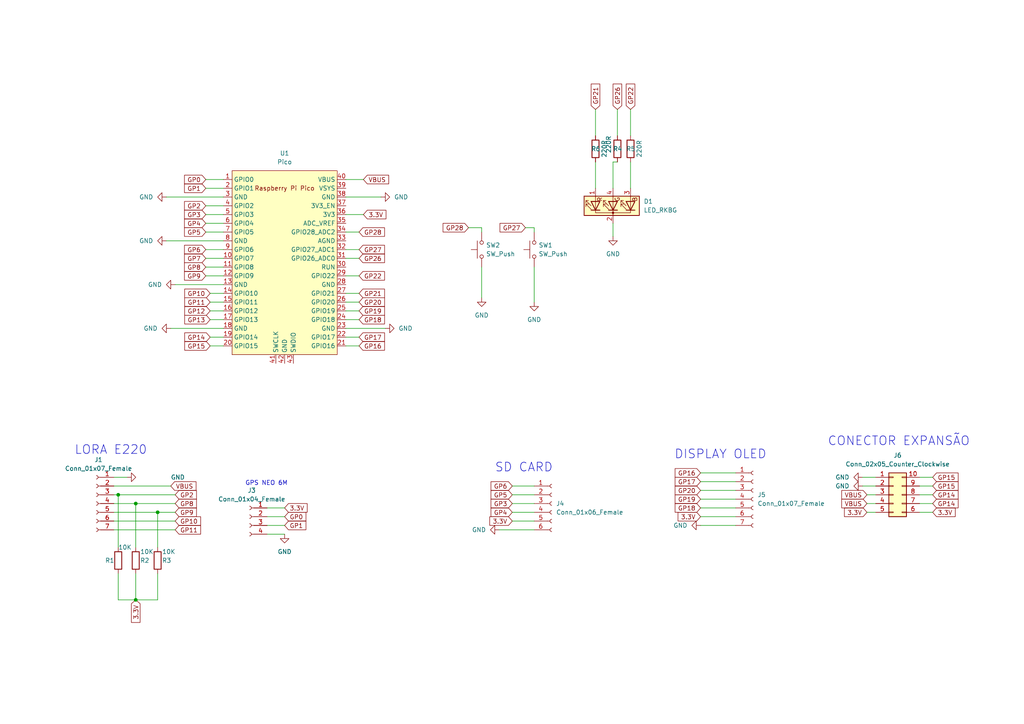
<source format=kicad_sch>
(kicad_sch (version 20211123) (generator eeschema)
  (paper "A4")
  (title_block (title "CIRCUITO CONECTIVIDADE") (company "UNICAMP") (comment 1 "PROJETO ESTAÇÃO METEOROLÓGICA - IE309K") (comment 2 "ENG. DANIEL VIEIRA"))
  (lib_symbols
    (symbol "Connector:Conn_01x04_Female" (pin_names (offset 1.016) hide)
      (property "Reference" "J" (at 0 5.08 0))
      (property "Value" "Conn_01x04_Female" (at 0 -7.62 0))
      (symbol "Conn_01x04_Female_1_1"
        (arc (start 0 -4.572) (mid -0.508 -5.08) (end 0 -5.588) (stroke (width 0.1524)))
        (arc (start 0 -2.032) (mid -0.508 -2.54) (end 0 -3.048) (stroke (width 0.1524)))
        (polyline (pts (xy -1.27 -5.08) (xy -0.508 -5.08)) (stroke (width 0.1524)))
        (polyline (pts (xy -1.27 -2.54) (xy -0.508 -2.54)) (stroke (width 0.1524)))
        (polyline (pts (xy -1.27 0) (xy -0.508 0)) (stroke (width 0.1524)))
        (polyline (pts (xy -1.27 2.54) (xy -0.508 2.54)) (stroke (width 0.1524)))
        (arc (start 0 0.508) (mid -0.508 0) (end 0 -0.508) (stroke (width 0.1524)))
        (arc (start 0 3.048) (mid -0.508 2.54) (end 0 2.032) (stroke (width 0.1524)))
        (pin passive line (at -5.08 2.54 0) (length 3.81) (name "Pin_1") (number "1"))
        (pin passive line (at -5.08 0 0) (length 3.81) (name "Pin_2") (number "2"))
        (pin passive line (at -5.08 -2.54 0) (length 3.81) (name "Pin_3") (number "3"))
        (pin passive line (at -5.08 -5.08 0) (length 3.81) (name "Pin_4") (number "4"))
      )
    )
    (symbol "Connector:Conn_01x06_Female" (pin_names (offset 1.016) hide)
      (property "Reference" "J" (at 0 7.62 0))
      (property "Value" "Conn_01x06_Female" (at 0 -10.16 0))
      (symbol "Conn_01x06_Female_1_1"
        (arc (start 0 -7.112) (mid -0.508 -7.62) (end 0 -8.128) (stroke (width 0.1524)))
        (arc (start 0 -4.572) (mid -0.508 -5.08) (end 0 -5.588) (stroke (width 0.1524)))
        (arc (start 0 -2.032) (mid -0.508 -2.54) (end 0 -3.048) (stroke (width 0.1524)))
        (polyline (pts (xy -1.27 -7.62) (xy -0.508 -7.62)) (stroke (width 0.1524)))
        (polyline (pts (xy -1.27 -5.08) (xy -0.508 -5.08)) (stroke (width 0.1524)))
        (polyline (pts (xy -1.27 -2.54) (xy -0.508 -2.54)) (stroke (width 0.1524)))
        (polyline (pts (xy -1.27 0) (xy -0.508 0)) (stroke (width 0.1524)))
        (polyline (pts (xy -1.27 2.54) (xy -0.508 2.54)) (stroke (width 0.1524)))
        (polyline (pts (xy -1.27 5.08) (xy -0.508 5.08)) (stroke (width 0.1524)))
        (arc (start 0 0.508) (mid -0.508 0) (end 0 -0.508) (stroke (width 0.1524)))
        (arc (start 0 3.048) (mid -0.508 2.54) (end 0 2.032) (stroke (width 0.1524)))
        (arc (start 0 5.588) (mid -0.508 5.08) (end 0 4.572) (stroke (width 0.1524)))
        (pin passive line (at -5.08 5.08 0) (length 3.81) (name "Pin_1") (number "1"))
        (pin passive line (at -5.08 2.54 0) (length 3.81) (name "Pin_2") (number "2"))
        (pin passive line (at -5.08 0 0) (length 3.81) (name "Pin_3") (number "3"))
        (pin passive line (at -5.08 -2.54 0) (length 3.81) (name "Pin_4") (number "4"))
        (pin passive line (at -5.08 -5.08 0) (length 3.81) (name "Pin_5") (number "5"))
        (pin passive line (at -5.08 -7.62 0) (length 3.81) (name "Pin_6") (number "6"))
      )
    )
    (symbol "Connector:Conn_01x07_Female" (pin_names (offset 1.016) hide)
      (property "Reference" "J" (at 0 10.16 0))
      (property "Value" "Conn_01x07_Female" (at 0 -10.16 0))
      (symbol "Conn_01x07_Female_1_1"
        (arc (start 0 -7.112) (mid -0.508 -7.62) (end 0 -8.128) (stroke (width 0.1524)))
        (arc (start 0 -4.572) (mid -0.508 -5.08) (end 0 -5.588) (stroke (width 0.1524)))
        (arc (start 0 -2.032) (mid -0.508 -2.54) (end 0 -3.048) (stroke (width 0.1524)))
        (polyline (pts (xy -1.27 -7.62) (xy -0.508 -7.62)) (stroke (width 0.1524)))
        (polyline (pts (xy -1.27 -5.08) (xy -0.508 -5.08)) (stroke (width 0.1524)))
        (polyline (pts (xy -1.27 -2.54) (xy -0.508 -2.54)) (stroke (width 0.1524)))
        (polyline (pts (xy -1.27 0) (xy -0.508 0)) (stroke (width 0.1524)))
        (polyline (pts (xy -1.27 2.54) (xy -0.508 2.54)) (stroke (width 0.1524)))
        (polyline (pts (xy -1.27 5.08) (xy -0.508 5.08)) (stroke (width 0.1524)))
        (polyline (pts (xy -1.27 7.62) (xy -0.508 7.62)) (stroke (width 0.1524)))
        (arc (start 0 0.508) (mid -0.508 0) (end 0 -0.508) (stroke (width 0.1524)))
        (arc (start 0 3.048) (mid -0.508 2.54) (end 0 2.032) (stroke (width 0.1524)))
        (arc (start 0 5.588) (mid -0.508 5.08) (end 0 4.572) (stroke (width 0.1524)))
        (arc (start 0 8.128) (mid -0.508 7.62) (end 0 7.112) (stroke (width 0.1524)))
        (pin passive line (at -5.08 7.62 0) (length 3.81) (name "Pin_1") (number "1"))
        (pin passive line (at -5.08 5.08 0) (length 3.81) (name "Pin_2") (number "2"))
        (pin passive line (at -5.08 2.54 0) (length 3.81) (name "Pin_3") (number "3"))
        (pin passive line (at -5.08 0 0) (length 3.81) (name "Pin_4") (number "4"))
        (pin passive line (at -5.08 -2.54 0) (length 3.81) (name "Pin_5") (number "5"))
        (pin passive line (at -5.08 -5.08 0) (length 3.81) (name "Pin_6") (number "6"))
        (pin passive line (at -5.08 -7.62 0) (length 3.81) (name "Pin_7") (number "7"))
      )
    )
    (symbol "Connector_Generic:Conn_02x05_Counter_Clockwise" (pin_names (offset 1.016) hide)
      (property "Reference" "J" (at 1.27 7.62 0))
      (property "Value" "Conn_02x05_Counter_Clockwise" (at 1.27 -7.62 0))
      (symbol "Conn_02x05_Counter_Clockwise_1_1"
        (rectangle (start -1.27 -4.953) (end 0 -5.207) (stroke (width 0.1524)))
        (rectangle (start -1.27 -2.413) (end 0 -2.667) (stroke (width 0.1524)))
        (rectangle (start -1.27 0.127) (end 0 -0.127) (stroke (width 0.1524)))
        (rectangle (start -1.27 2.667) (end 0 2.413) (stroke (width 0.1524)))
        (rectangle (start -1.27 5.207) (end 0 4.953) (stroke (width 0.1524)))
        (rectangle (start -1.27 6.35) (end 3.81 -6.35) (stroke (width 0.254)) (fill (type background)))
        (rectangle (start 3.81 -4.953) (end 2.54 -5.207) (stroke (width 0.1524)))
        (rectangle (start 3.81 -2.413) (end 2.54 -2.667) (stroke (width 0.1524)))
        (rectangle (start 3.81 0.127) (end 2.54 -0.127) (stroke (width 0.1524)))
        (rectangle (start 3.81 2.667) (end 2.54 2.413) (stroke (width 0.1524)))
        (rectangle (start 3.81 5.207) (end 2.54 4.953) (stroke (width 0.1524)))
        (pin passive line (at -5.08 5.08 0) (length 3.81) (name "Pin_1") (number "1"))
        (pin passive line (at 7.62 5.08 180) (length 3.81) (name "Pin_10") (number "10"))
        (pin passive line (at -5.08 2.54 0) (length 3.81) (name "Pin_2") (number "2"))
        (pin passive line (at -5.08 0 0) (length 3.81) (name "Pin_3") (number "3"))
        (pin passive line (at -5.08 -2.54 0) (length 3.81) (name "Pin_4") (number "4"))
        (pin passive line (at -5.08 -5.08 0) (length 3.81) (name "Pin_5") (number "5"))
        (pin passive line (at 7.62 -5.08 180) (length 3.81) (name "Pin_6") (number "6"))
        (pin passive line (at 7.62 -2.54 180) (length 3.81) (name "Pin_7") (number "7"))
        (pin passive line (at 7.62 0 180) (length 3.81) (name "Pin_8") (number "8"))
        (pin passive line (at 7.62 2.54 180) (length 3.81) (name "Pin_9") (number "9"))
      )
    )
    (symbol "Device:LED_RKBG" (pin_names (offset 0) hide)
      (property "Reference" "D" (at 0 9.398 0))
      (property "Value" "LED_RKBG" (at 0 -8.89 0))
      (symbol "LED_RKBG_0_0"
        (text "B" (at 1.905 -6.35 0) (effects (font (size 1.27 1.27))))
        (text "G" (at 1.905 -1.27 0) (effects (font (size 1.27 1.27))))
        (text "R" (at 1.905 3.81 0) (effects (font (size 1.27 1.27))))
      )
      (symbol "LED_RKBG_0_1"
        (circle (center -2.032 0) (radius 0.254) (fill (type outline)))
        (polyline (pts (xy -1.27 -5.08) (xy 1.27 -5.08)))
        (polyline (pts (xy -1.27 -3.81) (xy -1.27 -6.35)) (stroke (width 0.254)))
        (polyline (pts (xy -1.27 0) (xy -2.54 0)))
        (polyline (pts (xy -1.27 1.27) (xy -1.27 -1.27)) (stroke (width 0.254)))
        (polyline (pts (xy -1.27 5.08) (xy 1.27 5.08)))
        (polyline (pts (xy -1.27 6.35) (xy -1.27 3.81)) (stroke (width 0.254)))
        (polyline (pts (xy 1.27 -5.08) (xy 2.54 -5.08)))
        (polyline (pts (xy 1.27 0) (xy -1.27 0)))
        (polyline (pts (xy 1.27 0) (xy 2.54 0)))
        (polyline (pts (xy 1.27 5.08) (xy 2.54 5.08)))
        (polyline (pts (xy -1.27 1.27) (xy -1.27 -1.27) (xy -1.27 -1.27)))
        (polyline (pts (xy -1.27 6.35) (xy -1.27 3.81) (xy -1.27 3.81)))
        (polyline (pts (xy -1.27 5.08) (xy -2.032 5.08) (xy -2.032 -5.08) (xy -1.016 -5.08)))
        (polyline (pts (xy 1.27 -3.81) (xy 1.27 -6.35) (xy -1.27 -5.08) (xy 1.27 -3.81)) (stroke (width 0.254)))
        (polyline (pts (xy 1.27 1.27) (xy 1.27 -1.27) (xy -1.27 0) (xy 1.27 1.27)) (stroke (width 0.254)))
        (polyline (pts (xy 1.27 6.35) (xy 1.27 3.81) (xy -1.27 5.08) (xy 1.27 6.35)) (stroke (width 0.254)))
        (polyline (pts (xy -1.016 -3.81) (xy 0.508 -2.286) (xy -0.254 -2.286) (xy 0.508 -2.286) (xy 0.508 -3.048)))
        (polyline (pts (xy -1.016 1.27) (xy 0.508 2.794) (xy -0.254 2.794) (xy 0.508 2.794) (xy 0.508 2.032)))
        (polyline (pts (xy -1.016 6.35) (xy 0.508 7.874) (xy -0.254 7.874) (xy 0.508 7.874) (xy 0.508 7.112)))
        (polyline (pts (xy 0 -3.81) (xy 1.524 -2.286) (xy 0.762 -2.286) (xy 1.524 -2.286) (xy 1.524 -3.048)))
        (polyline (pts (xy 0 1.27) (xy 1.524 2.794) (xy 0.762 2.794) (xy 1.524 2.794) (xy 1.524 2.032)))
        (polyline (pts (xy 0 6.35) (xy 1.524 7.874) (xy 0.762 7.874) (xy 1.524 7.874) (xy 1.524 7.112)))
        (rectangle (start 1.27 -1.27) (end 1.27 1.27))
        (rectangle (start 1.27 1.27) (end 1.27 1.27))
        (rectangle (start 1.27 3.81) (end 1.27 6.35))
        (rectangle (start 1.27 6.35) (end 1.27 6.35))
        (rectangle (start 2.794 8.382) (end -2.794 -7.62) (stroke (width 0.254)) (fill (type background)))
      )
      (symbol "LED_RKBG_1_1"
        (pin passive line (at 5.08 5.08 180) (length 2.54) (name "RA") (number "1"))
        (pin passive line (at -5.08 0 0) (length 2.54) (name "K") (number "2"))
        (pin passive line (at 5.08 -5.08 180) (length 2.54) (name "BA") (number "3"))
        (pin passive line (at 5.08 0 180) (length 2.54) (name "GA") (number "4"))
      )
    )
    (symbol "Device:R" (pin_numbers hide) (pin_names (offset 0))
      (property "Reference" "R" (at 2.032 0 90))
      (property "Value" "R" (at 0 0 90))
      (symbol "R_0_1"
        (rectangle (start -1.016 -2.54) (end 1.016 2.54) (stroke (width 0.254)))
      )
      (symbol "R_1_1"
        (pin passive line (at 0 3.81 270) (length 1.27) (name "~") (number "1"))
        (pin passive line (at 0 -3.81 90) (length 1.27) (name "~") (number "2"))
      )
    )
    (symbol "Raspberry Pi Pico:Pico"
      (property "Reference" "U" (at -13.97 27.94 0))
      (property "Value" "Pico" (at 0 19.05 0))
      (symbol "Pico_0_0"
        (text "Raspberry Pi Pico" (at 0 21.59 0) (effects (font (size 1.27 1.27))))
      )
      (symbol "Pico_0_1"
        (rectangle (start -15.24 26.67) (end 15.24 -26.67) (fill (type background)))
      )
      (symbol "Pico_1_1"
        (pin bidirectional line (at -17.78 24.13 0) (length 2.54) (name "GPIO0") (number "1"))
        (pin bidirectional line (at -17.78 1.27 0) (length 2.54) (name "GPIO7") (number "10"))
        (pin bidirectional line (at -17.78 -1.27 0) (length 2.54) (name "GPIO8") (number "11"))
        (pin bidirectional line (at -17.78 -3.81 0) (length 2.54) (name "GPIO9") (number "12"))
        (pin power_in line (at -17.78 -6.35 0) (length 2.54) (name "GND") (number "13"))
        (pin bidirectional line (at -17.78 -8.89 0) (length 2.54) (name "GPIO10") (number "14"))
        (pin bidirectional line (at -17.78 -11.43 0) (length 2.54) (name "GPIO11") (number "15"))
        (pin bidirectional line (at -17.78 -13.97 0) (length 2.54) (name "GPIO12") (number "16"))
        (pin bidirectional line (at -17.78 -16.51 0) (length 2.54) (name "GPIO13") (number "17"))
        (pin power_in line (at -17.78 -19.05 0) (length 2.54) (name "GND") (number "18"))
        (pin bidirectional line (at -17.78 -21.59 0) (length 2.54) (name "GPIO14") (number "19"))
        (pin bidirectional line (at -17.78 21.59 0) (length 2.54) (name "GPIO1") (number "2"))
        (pin bidirectional line (at -17.78 -24.13 0) (length 2.54) (name "GPIO15") (number "20"))
        (pin bidirectional line (at 17.78 -24.13 180) (length 2.54) (name "GPIO16") (number "21"))
        (pin bidirectional line (at 17.78 -21.59 180) (length 2.54) (name "GPIO17") (number "22"))
        (pin power_in line (at 17.78 -19.05 180) (length 2.54) (name "GND") (number "23"))
        (pin bidirectional line (at 17.78 -16.51 180) (length 2.54) (name "GPIO18") (number "24"))
        (pin bidirectional line (at 17.78 -13.97 180) (length 2.54) (name "GPIO19") (number "25"))
        (pin bidirectional line (at 17.78 -11.43 180) (length 2.54) (name "GPIO20") (number "26"))
        (pin bidirectional line (at 17.78 -8.89 180) (length 2.54) (name "GPIO21") (number "27"))
        (pin power_in line (at 17.78 -6.35 180) (length 2.54) (name "GND") (number "28"))
        (pin bidirectional line (at 17.78 -3.81 180) (length 2.54) (name "GPIO22") (number "29"))
        (pin power_in line (at -17.78 19.05 0) (length 2.54) (name "GND") (number "3"))
        (pin input line (at 17.78 -1.27 180) (length 2.54) (name "RUN") (number "30"))
        (pin bidirectional line (at 17.78 1.27 180) (length 2.54) (name "GPIO26_ADC0") (number "31"))
        (pin bidirectional line (at 17.78 3.81 180) (length 2.54) (name "GPIO27_ADC1") (number "32"))
        (pin power_in line (at 17.78 6.35 180) (length 2.54) (name "AGND") (number "33"))
        (pin bidirectional line (at 17.78 8.89 180) (length 2.54) (name "GPIO28_ADC2") (number "34"))
        (pin power_in line (at 17.78 11.43 180) (length 2.54) (name "ADC_VREF") (number "35"))
        (pin power_in line (at 17.78 13.97 180) (length 2.54) (name "3V3") (number "36"))
        (pin input line (at 17.78 16.51 180) (length 2.54) (name "3V3_EN") (number "37"))
        (pin bidirectional line (at 17.78 19.05 180) (length 2.54) (name "GND") (number "38"))
        (pin power_in line (at 17.78 21.59 180) (length 2.54) (name "VSYS") (number "39"))
        (pin bidirectional line (at -17.78 16.51 0) (length 2.54) (name "GPIO2") (number "4"))
        (pin power_in line (at 17.78 24.13 180) (length 2.54) (name "VBUS") (number "40"))
        (pin input line (at -2.54 -29.21 90) (length 2.54) (name "SWCLK") (number "41"))
        (pin power_in line (at 0 -29.21 90) (length 2.54) (name "GND") (number "42"))
        (pin bidirectional line (at 2.54 -29.21 90) (length 2.54) (name "SWDIO") (number "43"))
        (pin bidirectional line (at -17.78 13.97 0) (length 2.54) (name "GPIO3") (number "5"))
        (pin bidirectional line (at -17.78 11.43 0) (length 2.54) (name "GPIO4") (number "6"))
        (pin bidirectional line (at -17.78 8.89 0) (length 2.54) (name "GPIO5") (number "7"))
        (pin power_in line (at -17.78 6.35 0) (length 2.54) (name "GND") (number "8"))
        (pin bidirectional line (at -17.78 3.81 0) (length 2.54) (name "GPIO6") (number "9"))
      )
    )
    (symbol "Switch:SW_Push" (pin_numbers hide) (pin_names (offset 1.016) hide)
      (property "Reference" "SW" (at 1.27 2.54 0))
      (property "Value" "SW_Push" (at 0 -1.524 0))
      (symbol "SW_Push_0_1"
        (circle (center -2.032 0) (radius 0.508))
        (polyline (pts (xy 0 1.27) (xy 0 3.048)))
        (polyline (pts (xy 2.54 1.27) (xy -2.54 1.27)))
        (circle (center 2.032 0) (radius 0.508))
        (pin passive line (at -5.08 0 0) (length 2.54) (name "1") (number "1"))
        (pin passive line (at 5.08 0 180) (length 2.54) (name "2") (number "2"))
      )
    )
    (symbol "power:GND" (power) (pin_names (offset 0))
      (property "Value" "GND" (at 0 -3.81 0))
      (symbol "GND_0_1"
        (polyline (pts (xy 0 0) (xy 0 -1.27) (xy 1.27 -1.27) (xy 0 -2.54) (xy -1.27 -1.27) (xy 0 -1.27)))
      )
      (symbol "GND_1_1"
        (pin power_in line (at 0 0 270) (length 0) hide (name "GND") (number "1"))
      )
    )
  )
  (junction (at 39.37 146.05))
  (junction (at 45.72 148.59))
  (junction (at 39.37 173.99))
  (junction (at 34.29 143.51))
  (wire (pts (xy 59.69 67.31) (xy 64.77 67.31)))
  (wire (pts (xy 48.26 57.15) (xy 64.77 57.15)))
  (wire (pts (xy 152.4 66.04) (xy 154.94 66.04)))
  (wire (pts (xy 34.29 173.99) (xy 39.37 173.99)))
  (wire (pts (xy 250.19 140.97) (xy 254 140.97)))
  (wire (pts (xy 100.33 90.17) (xy 104.14 90.17)))
  (wire (pts (xy 182.88 31.75) (xy 182.88 39.37)))
  (wire (pts (xy 177.8 64.77) (xy 177.8 68.58)))
  (wire (pts (xy 50.8 82.55) (xy 64.77 82.55)))
  (wire (pts (xy 77.47 147.32) (xy 82.55 147.32)))
  (wire (pts (xy 203.2 139.7) (xy 213.36 139.7)))
  (wire (pts (xy 135.89 66.04) (xy 139.7 66.04)))
  (wire (pts (xy 100.33 62.23) (xy 105.41 62.23)))
  (wire (pts (xy 139.7 77.47) (xy 139.7 86.36)))
  (wire (pts (xy 60.96 87.63) (xy 64.77 87.63)))
  (wire (pts (xy 251.46 148.59) (xy 254 148.59)))
  (wire (pts (xy 203.2 142.24) (xy 213.36 142.24)))
  (wire (pts (xy 148.59 143.51) (xy 154.94 143.51)))
  (wire (pts (xy 266.7 140.97) (xy 270.51 140.97)))
  (wire (pts (xy 34.29 143.51) (xy 34.29 158.75)))
  (wire (pts (xy 100.33 74.93) (xy 104.14 74.93)))
  (wire (pts (xy 59.69 80.01) (xy 64.77 80.01)))
  (wire (pts (xy 203.2 144.78) (xy 213.36 144.78)))
  (wire (pts (xy 45.72 166.37) (xy 45.72 173.99)))
  (wire (pts (xy 250.19 138.43) (xy 254 138.43)))
  (wire (pts (xy 59.69 64.77) (xy 64.77 64.77)))
  (wire (pts (xy 148.59 148.59) (xy 154.94 148.59)))
  (wire (pts (xy 39.37 166.37) (xy 39.37 173.99)))
  (wire (pts (xy 203.2 137.16) (xy 213.36 137.16)))
  (wire (pts (xy 148.59 140.97) (xy 154.94 140.97)))
  (wire (pts (xy 172.72 31.75) (xy 172.72 39.37)))
  (wire (pts (xy 34.29 166.37) (xy 34.29 173.99)))
  (wire (pts (xy 59.69 77.47) (xy 64.77 77.47)))
  (wire (pts (xy 172.72 46.99) (xy 172.72 54.61)))
  (wire (pts (xy 77.47 152.4) (xy 82.55 152.4)))
  (wire (pts (xy 34.29 143.51) (xy 50.8 143.51)))
  (wire (pts (xy 60.96 90.17) (xy 64.77 90.17)))
  (wire (pts (xy 144.78 153.67) (xy 154.94 153.67)))
  (wire (pts (xy 59.69 72.39) (xy 64.77 72.39)))
  (wire (pts (xy 251.46 143.51) (xy 254 143.51)))
  (wire (pts (xy 77.47 149.86) (xy 82.55 149.86)))
  (wire (pts (xy 33.02 143.51) (xy 34.29 143.51)))
  (wire (pts (xy 154.94 77.47) (xy 154.94 87.63)))
  (wire (pts (xy 177.8 54.61) (xy 177.8 46.99)))
  (wire (pts (xy 100.33 72.39) (xy 104.14 72.39)))
  (wire (pts (xy 203.2 152.4) (xy 213.36 152.4)))
  (wire (pts (xy 59.69 74.93) (xy 64.77 74.93)))
  (wire (pts (xy 100.33 67.31) (xy 104.14 67.31)))
  (wire (pts (xy 100.33 52.07) (xy 105.41 52.07)))
  (wire (pts (xy 59.69 62.23) (xy 64.77 62.23)))
  (wire (pts (xy 203.2 147.32) (xy 213.36 147.32)))
  (wire (pts (xy 100.33 95.25) (xy 111.76 95.25)))
  (wire (pts (xy 45.72 148.59) (xy 50.8 148.59)))
  (wire (pts (xy 60.96 92.71) (xy 64.77 92.71)))
  (wire (pts (xy 59.69 59.69) (xy 64.77 59.69)))
  (wire (pts (xy 179.07 31.75) (xy 179.07 39.37)))
  (wire (pts (xy 33.02 146.05) (xy 39.37 146.05)))
  (wire (pts (xy 177.8 46.99) (xy 179.07 46.99)))
  (wire (pts (xy 60.96 100.33) (xy 64.77 100.33)))
  (wire (pts (xy 33.02 148.59) (xy 45.72 148.59)))
  (wire (pts (xy 45.72 148.59) (xy 45.72 158.75)))
  (wire (pts (xy 266.7 148.59) (xy 270.51 148.59)))
  (wire (pts (xy 45.72 173.99) (xy 39.37 173.99)))
  (wire (pts (xy 33.02 151.13) (xy 50.8 151.13)))
  (wire (pts (xy 33.02 138.43) (xy 36.83 138.43)))
  (wire (pts (xy 266.7 138.43) (xy 270.51 138.43)))
  (wire (pts (xy 77.47 154.94) (xy 82.55 154.94)))
  (wire (pts (xy 251.46 146.05) (xy 254 146.05)))
  (wire (pts (xy 100.33 87.63) (xy 104.14 87.63)))
  (wire (pts (xy 100.33 100.33) (xy 104.14 100.33)))
  (wire (pts (xy 39.37 146.05) (xy 50.8 146.05)))
  (wire (pts (xy 182.88 46.99) (xy 182.88 54.61)))
  (wire (pts (xy 139.7 66.04) (xy 139.7 67.31)))
  (wire (pts (xy 148.59 151.13) (xy 154.94 151.13)))
  (wire (pts (xy 100.33 97.79) (xy 104.14 97.79)))
  (wire (pts (xy 59.69 52.07) (xy 64.77 52.07)))
  (wire (pts (xy 48.26 69.85) (xy 64.77 69.85)))
  (wire (pts (xy 203.2 149.86) (xy 213.36 149.86)))
  (wire (pts (xy 100.33 57.15) (xy 110.49 57.15)))
  (wire (pts (xy 148.59 146.05) (xy 154.94 146.05)))
  (wire (pts (xy 39.37 146.05) (xy 39.37 158.75)))
  (wire (pts (xy 33.02 153.67) (xy 50.8 153.67)))
  (wire (pts (xy 60.96 97.79) (xy 64.77 97.79)))
  (wire (pts (xy 266.7 143.51) (xy 270.51 143.51)))
  (wire (pts (xy 59.69 54.61) (xy 64.77 54.61)))
  (wire (pts (xy 60.96 85.09) (xy 64.77 85.09)))
  (wire (pts (xy 49.53 95.25) (xy 64.77 95.25)))
  (wire (pts (xy 100.33 92.71) (xy 104.14 92.71)))
  (wire (pts (xy 100.33 80.01) (xy 104.14 80.01)))
  (wire (pts (xy 33.02 140.97) (xy 49.53 140.97)))
  (wire (pts (xy 154.94 66.04) (xy 154.94 67.31)))
  (wire (pts (xy 100.33 85.09) (xy 104.14 85.09)))
  (wire (pts (xy 266.7 146.05) (xy 270.51 146.05)))
  (text "CONECTOR EXPANSÃO" (at 240.03 129.54 0) (effects (font (size 2.54 2.54)) (justify left bottom)))
  (text "GPS NEO 6M" (at 71.12 140.97 0) (effects (font (size 1.27 1.27)) (justify left bottom)))
  (text "DISPLAY OLED" (at 195.58 133.35 0) (effects (font (size 2.54 2.54)) (justify left bottom)))
  (text "LORA E220\n" (at 21.59 132.08 0) (effects (font (size 2.54 2.54)) (justify left bottom)))
  (text "SD CARD" (at 143.51 137.16 0) (effects (font (size 2.54 2.54)) (justify left bottom)))
  (global_label "GP8" (shape input) (at 50.8 146.05 0) (property "Intersheet References" "${INTERSHEET_REFS}" (effects hide)))
  (global_label "GP28" (shape input) (at 104.14 67.31 0) (property "Intersheet References" "${INTERSHEET_REFS}" (effects hide)))
  (global_label "GP27" (shape input) (at 152.4 66.04 180) (property "Intersheet References" "${INTERSHEET_REFS}" (effects hide)))
  (global_label "GP15" (shape input) (at 270.51 138.43 0) (property "Intersheet References" "${INTERSHEET_REFS}" (effects hide)))
  (global_label "GP18" (shape input) (at 203.2 147.32 180) (property "Intersheet References" "${INTERSHEET_REFS}" (effects hide)))
  (global_label "GP10" (shape input) (at 60.96 85.09 180) (property "Intersheet References" "${INTERSHEET_REFS}" (effects hide)))
  (global_label "GP16" (shape input) (at 104.14 100.33 0) (property "Intersheet References" "${INTERSHEET_REFS}" (effects hide)))
  (global_label "GP17" (shape input) (at 203.2 139.7 180) (property "Intersheet References" "${INTERSHEET_REFS}" (effects hide)))
  (global_label "GP6" (shape input) (at 148.59 140.97 180) (property "Intersheet References" "${INTERSHEET_REFS}" (effects hide)))
  (global_label "3.3V" (shape input) (at 39.37 173.99 270) (property "Intersheet References" "${INTERSHEET_REFS}" (effects hide)))
  (global_label "VBUS" (shape input) (at 251.46 143.51 180) (property "Intersheet References" "${INTERSHEET_REFS}" (effects hide)))
  (global_label "GP22" (shape input) (at 182.88 31.75 90) (property "Intersheet References" "${INTERSHEET_REFS}" (effects hide)))
  (global_label "GP27" (shape input) (at 104.14 72.39 0) (property "Intersheet References" "${INTERSHEET_REFS}" (effects hide)))
  (global_label "GP20" (shape input) (at 203.2 142.24 180) (property "Intersheet References" "${INTERSHEET_REFS}" (effects hide)))
  (global_label "GP1" (shape input) (at 82.55 152.4 0) (property "Intersheet References" "${INTERSHEET_REFS}" (effects hide)))
  (global_label "GP7" (shape input) (at 59.69 74.93 180) (property "Intersheet References" "${INTERSHEET_REFS}" (effects hide)))
  (global_label "3.3V" (shape input) (at 270.51 148.59 0) (property "Intersheet References" "${INTERSHEET_REFS}" (effects hide)))
  (global_label "3.3V" (shape input) (at 203.2 149.86 180) (property "Intersheet References" "${INTERSHEET_REFS}" (effects hide)))
  (global_label "GP11" (shape input) (at 60.96 87.63 180) (property "Intersheet References" "${INTERSHEET_REFS}" (effects hide)))
  (global_label "GP2" (shape input) (at 59.69 59.69 180) (property "Intersheet References" "${INTERSHEET_REFS}" (effects hide)))
  (global_label "GP3" (shape input) (at 148.59 146.05 180) (property "Intersheet References" "${INTERSHEET_REFS}" (effects hide)))
  (global_label "GP4" (shape input) (at 148.59 148.59 180) (property "Intersheet References" "${INTERSHEET_REFS}" (effects hide)))
  (global_label "GP15" (shape input) (at 60.96 100.33 180) (property "Intersheet References" "${INTERSHEET_REFS}" (effects hide)))
  (global_label "GP16" (shape input) (at 203.2 137.16 180) (property "Intersheet References" "${INTERSHEET_REFS}" (effects hide)))
  (global_label "GP20" (shape input) (at 104.14 87.63 0) (property "Intersheet References" "${INTERSHEET_REFS}" (effects hide)))
  (global_label "GP9" (shape input) (at 59.69 80.01 180) (property "Intersheet References" "${INTERSHEET_REFS}" (effects hide)))
  (global_label "GP11" (shape input) (at 50.8 153.67 0) (property "Intersheet References" "${INTERSHEET_REFS}" (effects hide)))
  (global_label "GP14" (shape input) (at 60.96 97.79 180) (property "Intersheet References" "${INTERSHEET_REFS}" (effects hide)))
  (global_label "GP6" (shape input) (at 59.69 72.39 180) (property "Intersheet References" "${INTERSHEET_REFS}" (effects hide)))
  (global_label "VBUS" (shape input) (at 251.46 146.05 180) (property "Intersheet References" "${INTERSHEET_REFS}" (effects hide)))
  (global_label "GP19" (shape input) (at 203.2 144.78 180) (property "Intersheet References" "${INTERSHEET_REFS}" (effects hide)))
  (global_label "GP9" (shape input) (at 50.8 148.59 0) (property "Intersheet References" "${INTERSHEET_REFS}" (effects hide)))
  (global_label "GP1" (shape input) (at 59.69 54.61 180) (property "Intersheet References" "${INTERSHEET_REFS}" (effects hide)))
  (global_label "GP26" (shape input) (at 179.07 31.75 90) (property "Intersheet References" "${INTERSHEET_REFS}" (effects hide)))
  (global_label "GP12" (shape input) (at 60.96 90.17 180) (property "Intersheet References" "${INTERSHEET_REFS}" (effects hide)))
  (global_label "GP13" (shape input) (at 60.96 92.71 180) (property "Intersheet References" "${INTERSHEET_REFS}" (effects hide)))
  (global_label "GP22" (shape input) (at 104.14 80.01 0) (property "Intersheet References" "${INTERSHEET_REFS}" (effects hide)))
  (global_label "GP0" (shape input) (at 59.69 52.07 180) (property "Intersheet References" "${INTERSHEET_REFS}" (effects hide)))
  (global_label "GP14" (shape input) (at 270.51 143.51 0) (property "Intersheet References" "${INTERSHEET_REFS}" (effects hide)))
  (global_label "3.3V" (shape input) (at 82.55 147.32 0) (property "Intersheet References" "${INTERSHEET_REFS}" (effects hide)))
  (global_label "3.3V" (shape input) (at 251.46 148.59 180) (property "Intersheet References" "${INTERSHEET_REFS}" (effects hide)))
  (global_label "GP17" (shape input) (at 104.14 97.79 0) (property "Intersheet References" "${INTERSHEET_REFS}" (effects hide)))
  (global_label "GP4" (shape input) (at 59.69 64.77 180) (property "Intersheet References" "${INTERSHEET_REFS}" (effects hide)))
  (global_label "GP5" (shape input) (at 148.59 143.51 180) (property "Intersheet References" "${INTERSHEET_REFS}" (effects hide)))
  (global_label "GP19" (shape input) (at 104.14 90.17 0) (property "Intersheet References" "${INTERSHEET_REFS}" (effects hide)))
  (global_label "GP14" (shape input) (at 270.51 146.05 0) (property "Intersheet References" "${INTERSHEET_REFS}" (effects hide)))
  (global_label "GP10" (shape input) (at 50.8 151.13 0) (property "Intersheet References" "${INTERSHEET_REFS}" (effects hide)))
  (global_label "GP5" (shape input) (at 59.69 67.31 180) (property "Intersheet References" "${INTERSHEET_REFS}" (effects hide)))
  (global_label "GP28" (shape input) (at 135.89 66.04 180) (property "Intersheet References" "${INTERSHEET_REFS}" (effects hide)))
  (global_label "GP26" (shape input) (at 104.14 74.93 0) (property "Intersheet References" "${INTERSHEET_REFS}" (effects hide)))
  (global_label "3.3V" (shape input) (at 105.41 62.23 0) (property "Intersheet References" "${INTERSHEET_REFS}" (effects hide)))
  (global_label "GP21" (shape input) (at 172.72 31.75 90) (property "Intersheet References" "${INTERSHEET_REFS}" (effects hide)))
  (global_label "GP21" (shape input) (at 104.14 85.09 0) (property "Intersheet References" "${INTERSHEET_REFS}" (effects hide)))
  (global_label "VBUS" (shape input) (at 105.41 52.07 0) (property "Intersheet References" "${INTERSHEET_REFS}" (effects hide)))
  (global_label "GP0" (shape input) (at 82.55 149.86 0) (property "Intersheet References" "${INTERSHEET_REFS}" (effects hide)))
  (global_label "GP8" (shape input) (at 59.69 77.47 180) (property "Intersheet References" "${INTERSHEET_REFS}" (effects hide)))
  (global_label "GP3" (shape input) (at 59.69 62.23 180) (property "Intersheet References" "${INTERSHEET_REFS}" (effects hide)))
  (global_label "GP18" (shape input) (at 104.14 92.71 0) (property "Intersheet References" "${INTERSHEET_REFS}" (effects hide)))
  (global_label "VBUS" (shape input) (at 49.53 140.97 0) (property "Intersheet References" "${INTERSHEET_REFS}" (effects hide)))
  (global_label "3.3V" (shape input) (at 148.59 151.13 180) (property "Intersheet References" "${INTERSHEET_REFS}" (effects hide)))
  (global_label "GP2" (shape input) (at 50.8 143.51 0) (property "Intersheet References" "${INTERSHEET_REFS}" (effects hide)))
  (global_label "GP15" (shape input) (at 270.51 140.97 0) (property "Intersheet References" "${INTERSHEET_REFS}" (effects hide)))
  (symbol (lib_id "power:GND") (at 139.7 86.36 0) (unit 1)
    (property "Reference" "#PWR08" (effects hide))
    (property "Value" "GND" (at 139.7 91.44 0))
  )
  (symbol (lib_id "power:GND") (at 203.2 152.4 270) (unit 1)
    (property "Reference" "#PWR014" (effects hide))
    (property "Value" "GND" (at 199.39 152.3999 90) (effects (justify right)))
  )
  (symbol (lib_id "Connector:Conn_01x07_Female") (at 27.94 146.05 0) (mirror y) (unit 1)
    (property "Reference" "J1" (at 28.575 133.35 0))
    (property "Value" "Conn_01x07_Female" (at 28.575 135.89 0))
    (property "Footprint" "Connector_PinSocket_2.54mm:PinSocket_1x07_P2.54mm_Vertical" (effects hide))
  )
  (symbol (lib_id "power:GND") (at 110.49 57.15 90) (unit 1)
    (property "Reference" "#PWR04" (effects hide))
    (property "Value" "GND" (at 114.3 57.1499 90) (effects (justify right)))
  )
  (symbol (lib_id "Switch:SW_Push") (at 139.7 72.39 90) (unit 1)
    (property "Reference" "SW2" (at 140.97 71.1199 90) (effects (justify right)))
    (property "Value" "SW_Push" (at 140.97 73.6599 90) (effects (justify right)))
    (property "Footprint" "Button_Switch_THT:SW_PUSH_6mm" (effects hide))
  )
  (symbol (lib_id "power:GND") (at 144.78 153.67 270) (unit 1)
    (property "Reference" "#PWR09" (effects hide))
    (property "Value" "GND" (at 140.97 153.6699 90) (effects (justify right)))
  )
  (symbol (lib_id "power:GND") (at 50.8 82.55 270) (unit 1)
    (property "Reference" "#PWR0101" (effects hide))
    (property "Value" "GND" (at 46.99 82.5499 90) (effects (justify right)))
  )
  (symbol (lib_id "power:GND") (at 36.83 138.43 90) (unit 1)
    (property "Reference" "#PWR01" (effects hide))
    (property "Value" "GND" (at 49.53 138.4299 90) (effects (justify right)))
  )
  (symbol (lib_id "Device:R") (at 179.07 43.18 0) (unit 1)
    (property "Reference" "R4" (at 177.8 43.18 0) (effects (justify left)))
    (property "Value" "220R" (at 176.53 44.45 90) (effects (justify left)))
    (property "Footprint" "Resistor_THT:R_Axial_DIN0207_L6.3mm_D2.5mm_P10.16mm_Horizontal" (effects hide))
  )
  (symbol (lib_id "power:GND") (at 49.53 95.25 270) (unit 1)
    (property "Reference" "#PWR03" (effects hide))
    (property "Value" "GND" (at 45.72 95.2499 90) (effects (justify right)))
  )
  (symbol (lib_id "power:GND") (at 48.26 57.15 270) (unit 1)
    (property "Reference" "#PWR02" (effects hide))
    (property "Value" "GND" (at 44.45 57.1499 90) (effects (justify right)))
  )
  (symbol (lib_id "power:GND") (at 48.26 69.85 270) (unit 1)
    (property "Reference" "#PWR0102" (effects hide))
    (property "Value" "GND" (at 44.45 69.8499 90) (effects (justify right)))
  )
  (symbol (lib_id "Device:LED_RKBG") (at 177.8 59.69 90) (unit 1)
    (property "Reference" "D1" (at 186.69 58.4199 90) (effects (justify right)))
    (property "Value" "LED_RKBG" (at 186.69 60.9599 90) (effects (justify right)))
    (property "Footprint" "LED_THT:LED_D5.0mm-4_RGB" (effects hide))
  )
  (symbol (lib_id "Device:R") (at 39.37 162.56 0) (unit 1)
    (property "Reference" "R2" (at 40.64 162.56 0) (effects (justify left)))
    (property "Value" "10K" (at 40.64 160.02 0) (effects (justify left)))
    (property "Footprint" "Resistor_THT:R_Axial_DIN0207_L6.3mm_D2.5mm_P10.16mm_Horizontal" (effects hide))
  )
  (symbol (lib_id "power:GND") (at 250.19 138.43 270) (unit 1)
    (property "Reference" "#PWR015" (effects hide))
    (property "Value" "GND" (at 246.38 138.4299 90) (effects (justify right)))
  )
  (symbol (lib_id "Connector_Generic:Conn_02x05_Counter_Clockwise") (at 259.08 143.51 0) (unit 1)
    (property "Reference" "J6" (at 260.35 132.08 0))
    (property "Value" "Conn_02x05_Counter_Clockwise" (at 260.35 134.62 0))
    (property "Footprint" "Connector_IDC:IDC-Header_2x05_P2.54mm_Vertical" (effects hide))
  )
  (symbol (lib_id "Connector:Conn_01x06_Female") (at 160.02 146.05 0) (unit 1)
    (property "Reference" "J4" (at 161.29 146.0499 0) (effects (justify left)))
    (property "Value" "Conn_01x06_Female" (at 161.29 148.5899 0) (effects (justify left)))
    (property "Footprint" "Connector_PinSocket_2.54mm:PinSocket_1x06_P2.54mm_Horizontal" (effects hide))
  )
  (symbol (lib_id "Connector:Conn_01x07_Female") (at 218.44 144.78 0) (unit 1)
    (property "Reference" "J5" (at 219.71 143.5099 0) (effects (justify left)))
    (property "Value" "Conn_01x07_Female" (at 219.71 146.0499 0) (effects (justify left)))
    (property "Footprint" "Connector_PinSocket_2.54mm:PinSocket_1x07_P2.54mm_Vertical" (effects hide))
  )
  (symbol (lib_id "power:GND") (at 177.8 68.58 0) (unit 1)
    (property "Reference" "#PWR012" (effects hide))
    (property "Value" "GND" (at 177.8 73.66 0))
  )
  (symbol (lib_id "Connector:Conn_01x04_Female") (at 72.39 149.86 0) (mirror y) (unit 1)
    (property "Reference" "J3" (at 73.025 142.24 0))
    (property "Value" "Conn_01x04_Female" (at 73.025 144.78 0))
    (property "Footprint" "Connector_PinSocket_2.54mm:PinSocket_1x04_P2.54mm_Vertical" (effects hide))
  )
  (symbol (lib_id "Raspberry Pi Pico:Pico") (at 82.55 76.2 0) (unit 1)
    (property "Reference" "U1" (at 82.55 44.45 0))
    (property "Value" "Pico" (at 82.55 46.99 0))
    (property "Footprint" "MCU_RaspberryPi_and_Boards:RPi_Pico_SMD_TH" (effects hide))
  )
  (symbol (lib_id "power:GND") (at 82.55 154.94 0) (unit 1)
    (property "Reference" "#PWR06" (effects hide))
    (property "Value" "GND" (at 82.55 160.02 0))
  )
  (symbol (lib_id "power:GND") (at 111.76 95.25 90) (unit 1)
    (property "Reference" "#PWR05" (effects hide))
    (property "Value" "GND" (at 115.57 95.2499 90) (effects (justify right)))
  )
  (symbol (lib_id "Switch:SW_Push") (at 154.94 72.39 90) (unit 1)
    (property "Reference" "SW1" (at 156.21 71.1199 90) (effects (justify right)))
    (property "Value" "SW_Push" (at 156.21 73.6599 90) (effects (justify right)))
    (property "Footprint" "Button_Switch_THT:SW_PUSH_6mm" (effects hide))
  )
  (symbol (lib_id "power:GND") (at 250.19 140.97 270) (unit 1)
    (property "Reference" "#PWR0103" (effects hide))
    (property "Value" "GND" (at 246.38 140.9699 90) (effects (justify right)))
  )
  (symbol (lib_id "Device:R") (at 45.72 162.56 0) (unit 1)
    (property "Reference" "R3" (at 46.99 162.56 0) (effects (justify left)))
    (property "Value" "10K" (at 46.99 160.02 0) (effects (justify left)))
    (property "Footprint" "Resistor_THT:R_Axial_DIN0207_L6.3mm_D2.5mm_P10.16mm_Horizontal" (effects hide))
  )
  (symbol (lib_id "Device:R") (at 34.29 162.56 0) (unit 1)
    (property "Reference" "R1" (at 30.48 162.56 0) (effects (justify left)))
    (property "Value" "10K" (at 34.29 158.75 0) (effects (justify left)))
    (property "Footprint" "Resistor_THT:R_Axial_DIN0207_L6.3mm_D2.5mm_P10.16mm_Horizontal" (effects hide))
  )
  (symbol (lib_id "Device:R") (at 172.72 43.18 0) (unit 1)
    (property "Reference" "R6" (at 171.45 43.18 0) (effects (justify left)))
    (property "Value" "220R" (at 175.26 45.72 90) (effects (justify left)))
    (property "Footprint" "Resistor_THT:R_Axial_DIN0207_L6.3mm_D2.5mm_P10.16mm_Horizontal" (effects hide))
  )
  (symbol (lib_id "Device:R") (at 182.88 43.18 0) (unit 1)
    (property "Reference" "R5" (at 181.61 43.18 0) (effects (justify left)))
    (property "Value" "220R" (at 185.42 45.72 90) (effects (justify left)))
    (property "Footprint" "Resistor_THT:R_Axial_DIN0207_L6.3mm_D2.5mm_P10.16mm_Horizontal" (effects hide))
  )
  (symbol (lib_id "power:GND") (at 154.94 87.63 0) (unit 1)
    (property "Reference" "#PWR010" (effects hide))
    (property "Value" "GND" (at 154.94 92.71 0))
  )
)
</source>
